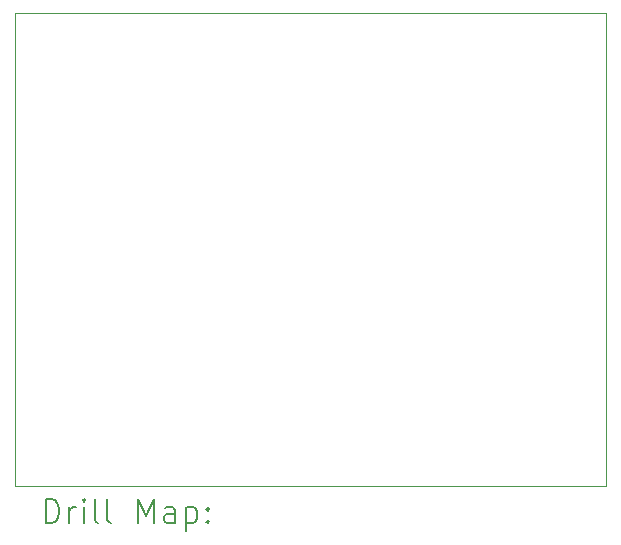
<source format=gbr>
%TF.GenerationSoftware,KiCad,Pcbnew,8.0.5*%
%TF.CreationDate,2025-10-23T14:51:03-05:00*%
%TF.ProjectId,iris-128s-adapter,69726973-2d31-4323-9873-2d6164617074,1.0.0*%
%TF.SameCoordinates,Original*%
%TF.FileFunction,Drillmap*%
%TF.FilePolarity,Positive*%
%FSLAX45Y45*%
G04 Gerber Fmt 4.5, Leading zero omitted, Abs format (unit mm)*
G04 Created by KiCad (PCBNEW 8.0.5) date 2025-10-23 14:51:03*
%MOMM*%
%LPD*%
G01*
G04 APERTURE LIST*
%ADD10C,0.050000*%
%ADD11C,0.200000*%
G04 APERTURE END LIST*
D10*
X7000000Y-9000000D02*
X12000000Y-9000000D01*
X12000000Y-13000000D01*
X7000000Y-13000000D01*
X7000000Y-9000000D01*
D11*
X7258277Y-13313984D02*
X7258277Y-13113984D01*
X7258277Y-13113984D02*
X7305896Y-13113984D01*
X7305896Y-13113984D02*
X7334467Y-13123508D01*
X7334467Y-13123508D02*
X7353515Y-13142555D01*
X7353515Y-13142555D02*
X7363039Y-13161603D01*
X7363039Y-13161603D02*
X7372562Y-13199698D01*
X7372562Y-13199698D02*
X7372562Y-13228269D01*
X7372562Y-13228269D02*
X7363039Y-13266365D01*
X7363039Y-13266365D02*
X7353515Y-13285412D01*
X7353515Y-13285412D02*
X7334467Y-13304460D01*
X7334467Y-13304460D02*
X7305896Y-13313984D01*
X7305896Y-13313984D02*
X7258277Y-13313984D01*
X7458277Y-13313984D02*
X7458277Y-13180650D01*
X7458277Y-13218746D02*
X7467801Y-13199698D01*
X7467801Y-13199698D02*
X7477324Y-13190174D01*
X7477324Y-13190174D02*
X7496372Y-13180650D01*
X7496372Y-13180650D02*
X7515420Y-13180650D01*
X7582086Y-13313984D02*
X7582086Y-13180650D01*
X7582086Y-13113984D02*
X7572562Y-13123508D01*
X7572562Y-13123508D02*
X7582086Y-13133031D01*
X7582086Y-13133031D02*
X7591610Y-13123508D01*
X7591610Y-13123508D02*
X7582086Y-13113984D01*
X7582086Y-13113984D02*
X7582086Y-13133031D01*
X7705896Y-13313984D02*
X7686848Y-13304460D01*
X7686848Y-13304460D02*
X7677324Y-13285412D01*
X7677324Y-13285412D02*
X7677324Y-13113984D01*
X7810658Y-13313984D02*
X7791610Y-13304460D01*
X7791610Y-13304460D02*
X7782086Y-13285412D01*
X7782086Y-13285412D02*
X7782086Y-13113984D01*
X8039229Y-13313984D02*
X8039229Y-13113984D01*
X8039229Y-13113984D02*
X8105896Y-13256841D01*
X8105896Y-13256841D02*
X8172562Y-13113984D01*
X8172562Y-13113984D02*
X8172562Y-13313984D01*
X8353515Y-13313984D02*
X8353515Y-13209222D01*
X8353515Y-13209222D02*
X8343991Y-13190174D01*
X8343991Y-13190174D02*
X8324943Y-13180650D01*
X8324943Y-13180650D02*
X8286848Y-13180650D01*
X8286848Y-13180650D02*
X8267801Y-13190174D01*
X8353515Y-13304460D02*
X8334467Y-13313984D01*
X8334467Y-13313984D02*
X8286848Y-13313984D01*
X8286848Y-13313984D02*
X8267801Y-13304460D01*
X8267801Y-13304460D02*
X8258277Y-13285412D01*
X8258277Y-13285412D02*
X8258277Y-13266365D01*
X8258277Y-13266365D02*
X8267801Y-13247317D01*
X8267801Y-13247317D02*
X8286848Y-13237793D01*
X8286848Y-13237793D02*
X8334467Y-13237793D01*
X8334467Y-13237793D02*
X8353515Y-13228269D01*
X8448753Y-13180650D02*
X8448753Y-13380650D01*
X8448753Y-13190174D02*
X8467801Y-13180650D01*
X8467801Y-13180650D02*
X8505896Y-13180650D01*
X8505896Y-13180650D02*
X8524944Y-13190174D01*
X8524944Y-13190174D02*
X8534467Y-13199698D01*
X8534467Y-13199698D02*
X8543991Y-13218746D01*
X8543991Y-13218746D02*
X8543991Y-13275888D01*
X8543991Y-13275888D02*
X8534467Y-13294936D01*
X8534467Y-13294936D02*
X8524944Y-13304460D01*
X8524944Y-13304460D02*
X8505896Y-13313984D01*
X8505896Y-13313984D02*
X8467801Y-13313984D01*
X8467801Y-13313984D02*
X8448753Y-13304460D01*
X8629705Y-13294936D02*
X8639229Y-13304460D01*
X8639229Y-13304460D02*
X8629705Y-13313984D01*
X8629705Y-13313984D02*
X8620182Y-13304460D01*
X8620182Y-13304460D02*
X8629705Y-13294936D01*
X8629705Y-13294936D02*
X8629705Y-13313984D01*
X8629705Y-13190174D02*
X8639229Y-13199698D01*
X8639229Y-13199698D02*
X8629705Y-13209222D01*
X8629705Y-13209222D02*
X8620182Y-13199698D01*
X8620182Y-13199698D02*
X8629705Y-13190174D01*
X8629705Y-13190174D02*
X8629705Y-13209222D01*
M02*

</source>
